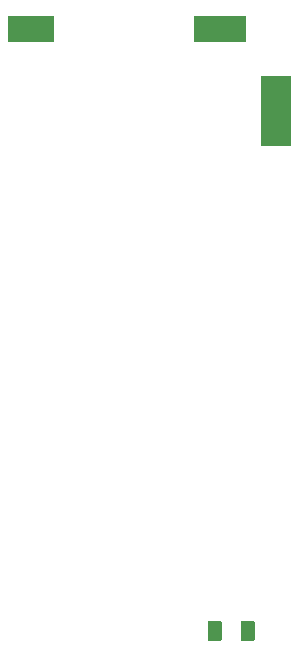
<source format=gtp>
G04 Layer: TopPasteMaskLayer*
G04 EasyEDA Pro v2.2.27.1, 2024-09-15 10:59:50*
G04 Gerber Generator version 0.3*
G04 Scale: 100 percent, Rotated: No, Reflected: No*
G04 Dimensions in millimeters*
G04 Leading zeros omitted, absolute positions, 3 integers and 5 decimals*
%TF.GenerationSoftware,KiCad,Pcbnew,8.0.6*%
%TF.CreationDate,2024-11-05T16:44:43+08:00*%
%TF.ProjectId,li-chuang-liang-shan-pai-tian-kong-xing-kai-fa-ban,6c692d63-6875-4616-9e67-2d6c69616e67,rev?*%
%TF.SameCoordinates,Original*%
%TF.FileFunction,Paste,Top*%
%TF.FilePolarity,Positive*%
%FSLAX46Y46*%
G04 Gerber Fmt 4.6, Leading zero omitted, Abs format (unit mm)*
G04 Created by KiCad (PCBNEW 8.0.6) date 2024-11-05 16:44:43*
%MOMM*%
%LPD*%
G01*
G04 APERTURE LIST*
G04 Aperture macros list*
%AMRoundRect*
0 Rectangle with rounded corners*
0 $1 Rounding radius*
0 $2 $3 $4 $5 $6 $7 $8 $9 X,Y pos of 4 corners*
0 Add a 4 corners polygon primitive as box body*
4,1,4,$2,$3,$4,$5,$6,$7,$8,$9,$2,$3,0*
0 Add four circle primitives for the rounded corners*
1,1,$1+$1,$2,$3*
1,1,$1+$1,$4,$5*
1,1,$1+$1,$6,$7*
1,1,$1+$1,$8,$9*
0 Add four rect primitives between the rounded corners*
20,1,$1+$1,$2,$3,$4,$5,0*
20,1,$1+$1,$4,$5,$6,$7,0*
20,1,$1+$1,$6,$7,$8,$9,0*
20,1,$1+$1,$8,$9,$2,$3,0*%
G04 Aperture macros list end*
%ADD10R,4.400000X2.300000*%
%ADD11R,4.000000X2.300000*%
%ADD12R,2.500000X6.000000*%
%ADD13RoundRect,0.250000X-0.375000X-0.625000X0.375000X-0.625000X0.375000X0.625000X-0.375000X0.625000X0*%
G04 APERTURE END LIST*
D10*
%TO.C,BT1*%
X93000000Y-71000000D03*
D11*
X77000000Y-71000000D03*
%TD*%
D12*
%TO.C,X2*%
X97750000Y-78000000D03*
%TD*%
D13*
%TO.C,F1*%
X92600000Y-122000000D03*
X95400000Y-122000000D03*
%TD*%
M02*

</source>
